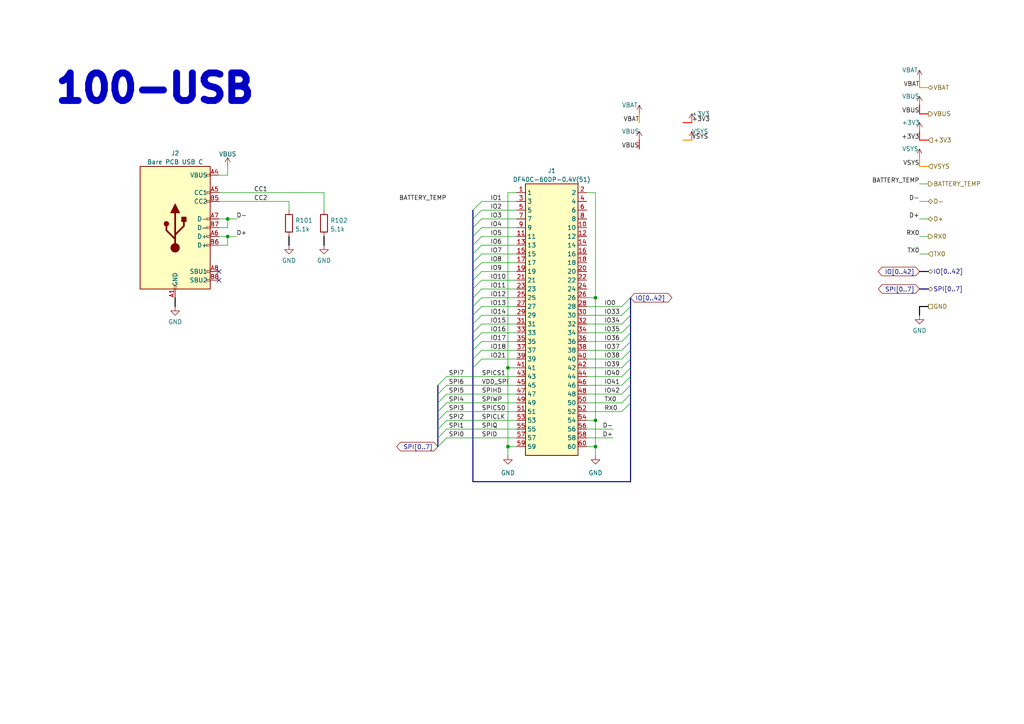
<source format=kicad_sch>
(kicad_sch (version 20230121) (generator eeschema)
  (paper "A4")
  (title_block (title "PSoM - ESP S3") (date "2023-04-17") (rev "HW00") (company "PumaCorp") (comment 1 "Design by: NdG"))
  (lib_symbols
    (symbol "Component lib:R" (pin_numbers hide) (pin_names (offset 0))
      (property "Reference" "R" (at 2.032 -3.81 90))
      (property "Value" "R" (at 0 -3.81 90))
      (symbol "R_0_1"
        (rectangle (start -1.016 -6.35) (end 1.016 -1.27) (stroke (width 0.254)))
      )
      (symbol "R_1_1"
        (pin passive line (at 0 0 270) (length 1.27) (name "~") (number "1"))
        (pin passive line (at 0 -7.62 90) (length 1.27) (name "~") (number "2"))
      )
    )
    (symbol "Component_lib:Bare PCB USB C" (pin_names (offset 0.762))
      (property "Reference" "J" (at 0 2.54 0))
      (property "Value" "Bare PCB USB C" (at 0 2.54 0))
      (symbol "Bare PCB USB C_0_0"
        (rectangle (start 9.906 -35.56) (end 10.414 -34.544))
        (rectangle (start 20.32 -32.766) (end 19.304 -33.274))
        (rectangle (start 20.32 -30.226) (end 19.304 -30.734))
        (rectangle (start 20.32 -22.606) (end 19.304 -23.114))
        (rectangle (start 20.32 -20.066) (end 19.304 -20.574))
        (rectangle (start 20.32 -17.526) (end 19.304 -18.034))
        (rectangle (start 20.32 -14.986) (end 19.304 -15.494))
        (rectangle (start 20.32 -9.906) (end 19.304 -10.414))
        (rectangle (start 20.32 -7.366) (end 19.304 -7.874))
        (rectangle (start 20.32 -2.286) (end 19.304 -2.794))
      )
      (symbol "Bare PCB USB C_0_1"
        (polyline (pts (xy 10.16 -23.622) (xy 10.16 -13.462)) (stroke (width 0.508)))
        (polyline (pts (xy 10.16 -21.082) (xy 7.62 -18.542) (xy 7.62 -17.272)) (stroke (width 0.508)))
        (polyline (pts (xy 10.16 -19.812) (xy 12.7 -17.272) (xy 12.7 -16.002)) (stroke (width 0.508)))
        (polyline (pts (xy 8.89 -13.462) (xy 10.16 -10.922) (xy 11.43 -13.462) (xy 8.89 -13.462)) (stroke (width 0.254)) (fill (type outline)))
        (rectangle (start 0 0) (end 20.32 -35.56) (stroke (width 0.254)) (fill (type background)))
        (circle (center 7.62 -16.637) (radius 0.635) (stroke (width 0.254)) (fill (type outline)))
        (circle (center 10.16 -23.622) (radius 1.27) (fill (type outline)))
        (rectangle (start 12.065 -14.732) (end 13.335 -16.002) (stroke (width 0.254)) (fill (type outline)))
      )
      (symbol "Bare PCB USB C_1_1"
        (pin passive line (at 10.16 -38.1 90) (length 2.54) (name "GND") (number "A1"))
        (pin passive line (at 10.16 -38.1 90) (length 2.54) hide (name "GND") (number "A12"))
        (pin passive line (at 22.86 -2.54 180) (length 2.54) (name "VBUS") (number "A4"))
        (pin bidirectional line (at 22.86 -7.62 180) (length 2.54) (name "CC1") (number "A5"))
        (pin bidirectional line (at 22.86 -20.32 180) (length 2.54) (name "D+") (number "A6"))
        (pin bidirectional line (at 22.86 -15.24 180) (length 2.54) (name "D-") (number "A7"))
        (pin bidirectional line (at 22.86 -30.48 180) (length 2.54) (name "SBU1") (number "A8"))
        (pin passive line (at 22.86 -2.54 180) (length 2.54) hide (name "VBUS") (number "A9"))
        (pin passive line (at 10.16 -38.1 90) (length 2.54) hide (name "GND") (number "B1"))
        (pin passive line (at 10.16 -38.1 90) (length 2.54) hide (name "GND") (number "B12"))
        (pin passive line (at 22.86 -2.54 180) (length 2.54) hide (name "VBUS") (number "B4"))
        (pin bidirectional line (at 22.86 -10.16 180) (length 2.54) (name "CC2") (number "B5"))
        (pin bidirectional line (at 22.86 -22.86 180) (length 2.54) (name "D+") (number "B6"))
        (pin bidirectional line (at 22.86 -17.78 180) (length 2.54) (name "D-") (number "B7"))
        (pin bidirectional line (at 22.86 -33.02 180) (length 2.54) (name "SBU2") (number "B8"))
        (pin passive line (at 22.86 -2.54 180) (length 2.54) hide (name "VBUS") (number "B9"))
      )
    )
    (symbol "Component_lib:DF40C-60DP-0.4V(51)"
      (property "Reference" "J" (at 5.08 7.62 0))
      (property "Value" "DF40C-60DP-0.4V(51)" (at 12.7 5.08 0))
      (symbol "DF40C-60DP-0.4V(51)_1_1"
        (rectangle (start 2.54 2.54) (end 17.78 -76.2) (stroke (width 0.254)) (fill (type background)))
        (pin passive line (at 0 0 0) (length 2.54) (name "1") (number "1"))
        (pin passive line (at 20.32 -10.16 180) (length 2.54) (name "10") (number "10"))
        (pin passive line (at 0 -12.7 0) (length 2.54) (name "11") (number "11"))
        (pin passive line (at 20.32 -12.7 180) (length 2.54) (name "12") (number "12"))
        (pin passive line (at 0 -15.24 0) (length 2.54) (name "13") (number "13"))
        (pin passive line (at 20.32 -15.24 180) (length 2.54) (name "14") (number "14"))
        (pin passive line (at 0 -17.78 0) (length 2.54) (name "15") (number "15"))
        (pin passive line (at 20.32 -17.78 180) (length 2.54) (name "16") (number "16"))
        (pin passive line (at 0 -20.32 0) (length 2.54) (name "17") (number "17"))
        (pin passive line (at 20.32 -20.32 180) (length 2.54) (name "18") (number "18"))
        (pin passive line (at 0 -22.86 0) (length 2.54) (name "19") (number "19"))
        (pin passive line (at 20.32 0 180) (length 2.54) (name "2") (number "2"))
        (pin passive line (at 20.32 -22.86 180) (length 2.54) (name "20") (number "20"))
        (pin passive line (at 0 -25.4 0) (length 2.54) (name "21") (number "21"))
        (pin passive line (at 20.32 -25.4 180) (length 2.54) (name "22") (number "22"))
        (pin passive line (at 0 -27.94 0) (length 2.54) (name "23") (number "23"))
        (pin passive line (at 20.32 -27.94 180) (length 2.54) (name "24") (number "24"))
        (pin passive line (at 0 -30.48 0) (length 2.54) (name "25") (number "25"))
        (pin passive line (at 20.32 -30.48 180) (length 2.54) (name "26") (number "26"))
        (pin passive line (at 0 -33.02 0) (length 2.54) (name "27") (number "27"))
        (pin passive line (at 20.32 -33.02 180) (length 2.54) (name "28") (number "28"))
        (pin passive line (at 0 -35.56 0) (length 2.54) (name "29") (number "29"))
        (pin passive line (at 0 -2.54 0) (length 2.54) (name "3") (number "3"))
        (pin passive line (at 20.32 -35.56 180) (length 2.54) (name "30") (number "30"))
        (pin passive line (at 0 -38.1 0) (length 2.54) (name "31") (number "31"))
        (pin passive line (at 20.32 -38.1 180) (length 2.54) (name "32") (number "32"))
        (pin passive line (at 0 -40.64 0) (length 2.54) (name "33") (number "33"))
        (pin passive line (at 20.32 -40.64 180) (length 2.54) (name "34") (number "34"))
        (pin passive line (at 0 -43.18 0) (length 2.54) (name "35") (number "35"))
        (pin passive line (at 20.32 -43.18 180) (length 2.54) (name "36") (number "36"))
        (pin passive line (at 0 -45.72 0) (length 2.54) (name "37") (number "37"))
        (pin passive line (at 20.32 -45.72 180) (length 2.54) (name "38") (number "38"))
        (pin passive line (at 0 -48.26 0) (length 2.54) (name "39") (number "39"))
        (pin passive line (at 20.32 -2.54 180) (length 2.54) (name "4") (number "4"))
        (pin passive line (at 20.32 -48.26 180) (length 2.54) (name "40") (number "40"))
        (pin passive line (at 0 -50.8 0) (length 2.54) (name "41") (number "41"))
        (pin passive line (at 20.32 -50.8 180) (length 2.54) (name "42") (number "42"))
        (pin passive line (at 0 -53.34 0) (length 2.54) (name "43") (number "43"))
        (pin passive line (at 20.32 -53.34 180) (length 2.54) (name "44") (number "44"))
        (pin passive line (at 0 -55.88 0) (length 2.54) (name "45") (number "45"))
        (pin passive line (at 20.32 -55.88 180) (length 2.54) (name "46") (number "46"))
        (pin passive line (at 0 -58.42 0) (length 2.54) (name "47") (number "47"))
        (pin passive line (at 20.32 -58.42 180) (length 2.54) (name "48") (number "48"))
        (pin passive line (at 0 -60.96 0) (length 2.54) (name "49") (number "49"))
        (pin passive line (at 0 -5.08 0) (length 2.54) (name "5") (number "5"))
        (pin passive line (at 20.32 -60.96 180) (length 2.54) (name "50") (number "50"))
        (pin passive line (at 0 -63.5 0) (length 2.54) (name "51") (number "51"))
        (pin passive line (at 20.32 -63.5 180) (length 2.54) (name "52") (number "52"))
        (pin passive line (at 0 -66.04 0) (length 2.54) (name "53") (number "53"))
        (pin passive line (at 20.32 -66.04 180) (length 2.54) (name "54") (number "54"))
        (pin passive line (at 0 -68.58 0) (length 2.54) (name "55") (number "55"))
        (pin passive line (at 20.32 -68.58 180) (length 2.54) (name "56") (number "56"))
        (pin passive line (at 0 -71.12 0) (length 2.54) (name "57") (number "57"))
        (pin passive line (at 20.32 -71.12 180) (length 2.54) (name "58") (number "58"))
        (pin passive line (at 0 -73.66 0) (length 2.54) (name "59") (number "59"))
        (pin passive line (at 20.32 -5.08 180) (length 2.54) (name "6") (number "6"))
        (pin passive line (at 20.32 -73.66 180) (length 2.54) (name "60") (number "60"))
        (pin passive line (at 0 -7.62 0) (length 2.54) (name "7") (number "7"))
        (pin passive line (at 20.32 -7.62 180) (length 2.54) (name "8") (number "8"))
        (pin passive line (at 0 -10.16 0) (length 2.54) (name "9") (number "9"))
      )
    )
    (symbol "Component_lib:VBAT" (power) (pin_numbers hide) (in_bom no) (on_board no)
      (property "Value" "VBAT" (at 0 3.81 0))
      (symbol "VBAT_0_0"
        (pin passive line (at 0 0 90) (length 2.54) hide (name "") (number ""))
      )
      (symbol "VBAT_0_1"
        (polyline (pts (xy 0 0) (xy 0 2.54) (xy 0.635 1.27) (xy 0 2.54) (xy -0.635 1.27)) (stroke (width 0.1524)))
      )
    )
    (symbol "Component_lib:VSYS" (power) (pin_numbers hide) (in_bom no) (on_board no)
      (property "Value" "VSYS" (at 0 3.81 0))
      (symbol "VSYS_0_0"
        (pin passive line (at 0 0 90) (length 2.54) hide (name "") (number ""))
      )
      (symbol "VSYS_0_1"
        (polyline (pts (xy 0 0) (xy 0 2.54) (xy 0.635 1.27) (xy 0 2.54) (xy -0.635 1.27)) (stroke (width 0.1524)))
      )
    )
    (symbol "GND_2" (power) (pin_names (offset 0))
      (property "Value" "GND_2" (at 0 -3.81 0))
      (symbol "GND_2_0_1"
        (polyline (pts (xy 0 0) (xy 0 -1.27) (xy 1.27 -1.27) (xy 0 -2.54) (xy -1.27 -1.27) (xy 0 -1.27)))
      )
      (symbol "GND_2_1_1"
        (pin power_in line (at 0 0 270) (length 0) hide (name "GND") (number "1"))
      )
    )
    (symbol "power:+3V3" (power) (pin_names (offset 0))
      (property "Value" "+3V3" (at 0 3.556 0))
      (symbol "+3V3_0_1"
        (polyline (pts (xy -0.762 1.27) (xy 0 2.54)))
        (polyline (pts (xy 0 0) (xy 0 2.54)))
        (polyline (pts (xy 0 2.54) (xy 0.762 1.27)))
      )
      (symbol "+3V3_1_1"
        (pin power_in line (at 0 0 90) (length 0) hide (name "+3V3") (number "1"))
      )
    )
    (symbol "power:GND" (power) (pin_names (offset 0))
      (property "Value" "GND" (at 0 -3.81 0))
      (symbol "GND_0_1"
        (polyline (pts (xy 0 0) (xy 0 -1.27) (xy 1.27 -1.27) (xy 0 -2.54) (xy -1.27 -1.27) (xy 0 -1.27)))
      )
      (symbol "GND_1_1"
        (pin power_in line (at 0 0 270) (length 0) hide (name "GND") (number "1"))
      )
    )
    (symbol "power:VBUS" (power) (pin_names (offset 0))
      (property "Value" "VBUS" (at 0 3.81 0))
      (symbol "VBUS_0_1"
        (polyline (pts (xy -0.762 1.27) (xy 0 2.54)))
        (polyline (pts (xy 0 0) (xy 0 2.54)))
        (polyline (pts (xy 0 2.54) (xy 0.762 1.27)))
      )
      (symbol "VBUS_1_1"
        (pin power_in line (at 0 0 90) (length 0) hide (name "VBUS") (number "1"))
      )
    )
  )
  (junction (at 66.04 68.58))
  (junction (at 147.32 129.54))
  (junction (at 147.32 106.68))
  (junction (at 172.72 121.92))
  (junction (at 172.72 129.54))
  (junction (at 66.04 63.5))
  (junction (at 172.72 86.36))
  (no_connect (at 63.5 81.28))
  (no_connect (at 63.5 78.74))
  (bus_entry (at 137.16 71.12) (size 2.54 -2.54))
  (bus_entry (at 139.7 93.98) (size -2.54 2.54))
  (bus_entry (at 137.16 76.2) (size 2.54 -2.54))
  (bus_entry (at 137.16 81.28) (size 2.54 -2.54))
  (bus_entry (at 180.34 114.3) (size 2.54 -2.54))
  (bus_entry (at 180.34 101.6) (size 2.54 -2.54))
  (bus_entry (at 180.34 96.52) (size 2.54 -2.54))
  (bus_entry (at 139.7 88.9) (size -2.54 2.54))
  (bus_entry (at 180.34 111.76) (size 2.54 -2.54))
  (bus_entry (at 180.34 119.38) (size 2.54 -2.54))
  (bus_entry (at 137.16 78.74) (size 2.54 -2.54))
  (bus_entry (at 129.54 116.84) (size -2.54 2.54))
  (bus_entry (at 139.7 99.06) (size -2.54 2.54))
  (bus_entry (at 137.16 73.66) (size 2.54 -2.54))
  (bus_entry (at 139.7 86.36) (size -2.54 2.54))
  (bus_entry (at 129.54 127) (size -2.54 2.54))
  (bus_entry (at 180.34 99.06) (size 2.54 -2.54))
  (bus_entry (at 137.16 66.04) (size 2.54 -2.54))
  (bus_entry (at 129.54 114.3) (size -2.54 2.54))
  (bus_entry (at 180.34 91.44) (size 2.54 -2.54))
  (bus_entry (at 137.16 60.96) (size 2.54 -2.54))
  (bus_entry (at 180.34 104.14) (size 2.54 -2.54))
  (bus_entry (at 139.7 83.82) (size -2.54 2.54))
  (bus_entry (at 139.7 81.28) (size -2.54 2.54))
  (bus_entry (at 180.34 88.9) (size 2.54 -2.54))
  (bus_entry (at 180.34 106.68) (size 2.54 -2.54))
  (bus_entry (at 139.7 96.52) (size -2.54 2.54))
  (bus_entry (at 129.54 121.92) (size -2.54 2.54))
  (bus_entry (at 129.54 109.22) (size -2.54 2.54))
  (bus_entry (at 137.16 106.68) (size 2.54 -2.54))
  (bus_entry (at 180.34 93.98) (size 2.54 -2.54))
  (bus_entry (at 139.7 91.44) (size -2.54 2.54))
  (bus_entry (at 137.16 68.58) (size 2.54 -2.54))
  (bus_entry (at 180.34 109.22) (size 2.54 -2.54))
  (bus_entry (at 129.54 124.46) (size -2.54 2.54))
  (bus_entry (at 139.7 101.6) (size -2.54 2.54))
  (bus_entry (at 137.16 63.5) (size 2.54 -2.54))
  (bus_entry (at 129.54 119.38) (size -2.54 2.54))
  (bus_entry (at 180.34 116.84) (size 2.54 -2.54))
  (bus_entry (at 129.54 111.76) (size -2.54 2.54))
  (wire (pts (xy 129.54 119.38) (xy 149.86 119.38)))
  (bus (pts (xy 182.88 109.22) (xy 182.88 111.76)))
  (bus (pts (xy 127 127) (xy 127 124.46)))
  (bus (pts (xy 137.16 81.28) (xy 137.16 83.82)))
  (wire (pts (xy 66.04 68.58) (xy 68.58 68.58)))
  (wire (pts (xy 266.7 22.86) (xy 266.7 25.4)) (stroke (width 0.3) (color 255 153 0 1)))
  (wire (pts (xy 129.54 109.22) (xy 149.86 109.22)))
  (wire (pts (xy 139.7 58.42) (xy 149.86 58.42)))
  (bus (pts (xy 137.16 104.14) (xy 137.16 106.68)))
  (wire (pts (xy 139.7 101.6) (xy 149.86 101.6)))
  (bus (pts (xy 182.88 106.68) (xy 182.88 109.22)))
  (wire (pts (xy 172.72 55.88) (xy 172.72 86.36)))
  (wire (pts (xy 170.18 101.6) (xy 180.34 101.6)))
  (wire (pts (xy 63.5 58.42) (xy 83.82 58.42)))
  (wire (pts (xy 66.04 63.5) (xy 63.5 63.5)))
  (wire (pts (xy 147.32 106.68) (xy 147.32 129.54)))
  (wire (pts (xy 266.7 48.26) (xy 269.24 48.26)) (stroke (width 0.3) (color 255 148 0 1)))
  (wire (pts (xy 170.18 121.92) (xy 172.72 121.92)))
  (bus (pts (xy 137.16 63.5) (xy 137.16 66.04)))
  (wire (pts (xy 139.7 73.66) (xy 149.86 73.66)))
  (wire (pts (xy 170.18 86.36) (xy 172.72 86.36)))
  (wire (pts (xy 139.7 60.96) (xy 149.86 60.96)))
  (bus (pts (xy 182.88 93.98) (xy 182.88 96.52)))
  (wire (pts (xy 147.32 106.68) (xy 149.86 106.68)))
  (bus (pts (xy 127 114.3) (xy 127 111.76)))
  (bus (pts (xy 127 119.38) (xy 127 116.84)))
  (bus (pts (xy 137.16 101.6) (xy 137.16 104.14)))
  (bus (pts (xy 137.16 139.7) (xy 182.88 139.7)))
  (bus (pts (xy 137.16 71.12) (xy 137.16 73.66)))
  (wire (pts (xy 170.18 114.3) (xy 180.34 114.3)))
  (wire (pts (xy 170.18 91.44) (xy 180.34 91.44)))
  (bus (pts (xy 266.7 83.82) (xy 269.24 83.82)))
  (wire (pts (xy 170.18 109.22) (xy 180.34 109.22)))
  (wire (pts (xy 266.7 73.66) (xy 269.24 73.66)))
  (wire (pts (xy 139.7 63.5) (xy 149.86 63.5)))
  (wire (pts (xy 139.7 71.12) (xy 149.86 71.12)))
  (wire (pts (xy 266.7 68.58) (xy 269.24 68.58)))
  (wire (pts (xy 266.7 30.48) (xy 266.7 33.02)) (stroke (width 0.3) (color 255 0 0 1)))
  (wire (pts (xy 139.7 76.2) (xy 149.86 76.2)))
  (wire (pts (xy 266.7 33.02) (xy 269.24 33.02)) (stroke (width 0.3) (color 255 0 0 1)))
  (wire (pts (xy 139.7 93.98) (xy 149.86 93.98)))
  (wire (pts (xy 266.7 38.1) (xy 266.7 40.64)) (stroke (width 0.3) (color 255 17 1 1)))
  (wire (pts (xy 172.72 86.36) (xy 172.72 121.92)))
  (wire (pts (xy 83.82 68.58) (xy 83.82 71.12)) (stroke (width 0.3) (color 0 0 0 1)))
  (wire (pts (xy 266.7 91.44) (xy 266.7 88.9)) (stroke (width 0.3) (color 0 0 0 1)))
  (wire (pts (xy 198.12 35.56) (xy 200.66 35.56)) (stroke (width 0.3) (color 255 17 1 1)))
  (bus (pts (xy 137.16 76.2) (xy 137.16 78.74)))
  (wire (pts (xy 170.18 127) (xy 177.8 127)))
  (bus (pts (xy 182.88 88.9) (xy 182.88 91.44)))
  (wire (pts (xy 266.7 63.5) (xy 269.24 63.5)))
  (wire (pts (xy 139.7 99.06) (xy 149.86 99.06)))
  (wire (pts (xy 139.7 68.58) (xy 149.86 68.58)))
  (wire (pts (xy 266.7 53.34) (xy 269.24 53.34)))
  (wire (pts (xy 139.7 83.82) (xy 149.86 83.82)))
  (bus (pts (xy 137.16 91.44) (xy 137.16 93.98)))
  (wire (pts (xy 266.7 25.4) (xy 269.24 25.4)) (stroke (width 0.3) (color 255 153 0 1)))
  (bus (pts (xy 182.88 101.6) (xy 182.88 104.14)))
  (wire (pts (xy 170.18 99.06) (xy 180.34 99.06)))
  (wire (pts (xy 93.98 55.88) (xy 93.98 60.96)))
  (bus (pts (xy 182.88 86.36) (xy 182.88 88.9)))
  (wire (pts (xy 170.18 88.9) (xy 180.34 88.9)))
  (wire (pts (xy 147.32 129.54) (xy 147.32 132.08)))
  (bus (pts (xy 127 116.84) (xy 127 114.3)))
  (wire (pts (xy 139.7 66.04) (xy 149.86 66.04)))
  (wire (pts (xy 170.18 116.84) (xy 180.34 116.84)))
  (bus (pts (xy 137.16 68.58) (xy 137.16 71.12)))
  (wire (pts (xy 185.42 40.64) (xy 185.42 43.18)) (stroke (width 0.3) (color 255 0 0 1)))
  (wire (pts (xy 129.54 111.76) (xy 149.86 111.76)))
  (wire (pts (xy 129.54 114.3) (xy 149.86 114.3)))
  (bus (pts (xy 182.88 99.06) (xy 182.88 101.6)))
  (wire (pts (xy 149.86 55.88) (xy 147.32 55.88)))
  (wire (pts (xy 63.5 68.58) (xy 66.04 68.58)))
  (wire (pts (xy 63.5 55.88) (xy 93.98 55.88)))
  (wire (pts (xy 66.04 71.12) (xy 63.5 71.12)))
  (bus (pts (xy 266.7 78.74) (xy 269.24 78.74)))
  (wire (pts (xy 147.32 55.88) (xy 147.32 106.68)))
  (bus (pts (xy 137.16 83.82) (xy 137.16 86.36)))
  (wire (pts (xy 139.7 96.52) (xy 149.86 96.52)))
  (wire (pts (xy 172.72 121.92) (xy 172.72 129.54)))
  (wire (pts (xy 266.7 45.72) (xy 266.7 48.26)) (stroke (width 0.3) (color 255 148 0 1)))
  (wire (pts (xy 170.18 104.14) (xy 180.34 104.14)))
  (wire (pts (xy 170.18 124.46) (xy 177.8 124.46)))
  (wire (pts (xy 266.7 88.9) (xy 269.24 88.9)) (stroke (width 0.3) (color 0 0 0 1)))
  (bus (pts (xy 182.88 91.44) (xy 182.88 93.98)))
  (wire (pts (xy 198.12 40.64) (xy 200.66 40.64)) (stroke (width 0.3) (color 255 148 0 1)))
  (wire (pts (xy 147.32 129.54) (xy 149.86 129.54)))
  (bus (pts (xy 137.16 66.04) (xy 137.16 68.58)))
  (wire (pts (xy 170.18 96.52) (xy 180.34 96.52)))
  (wire (pts (xy 139.7 91.44) (xy 149.86 91.44)))
  (wire (pts (xy 139.7 78.74) (xy 149.86 78.74)))
  (bus (pts (xy 182.88 111.76) (xy 182.88 114.3)))
  (wire (pts (xy 139.7 86.36) (xy 149.86 86.36)))
  (wire (pts (xy 63.5 66.04) (xy 66.04 66.04)))
  (wire (pts (xy 129.54 116.84) (xy 149.86 116.84)))
  (wire (pts (xy 170.18 129.54) (xy 172.72 129.54)))
  (wire (pts (xy 170.18 119.38) (xy 180.34 119.38)))
  (wire (pts (xy 170.18 106.68) (xy 180.34 106.68)))
  (wire (pts (xy 129.54 124.46) (xy 149.86 124.46)))
  (bus (pts (xy 137.16 106.68) (xy 137.16 139.7)))
  (wire (pts (xy 170.18 55.88) (xy 172.72 55.88)))
  (wire (pts (xy 66.04 68.58) (xy 66.04 71.12)))
  (wire (pts (xy 170.18 111.76) (xy 180.34 111.76)))
  (wire (pts (xy 139.7 88.9) (xy 149.86 88.9)))
  (bus (pts (xy 137.16 78.74) (xy 137.16 81.28)))
  (bus (pts (xy 182.88 116.84) (xy 182.88 139.7)))
  (bus (pts (xy 182.88 114.3) (xy 182.88 116.84)))
  (wire (pts (xy 93.98 68.58) (xy 93.98 71.12)) (stroke (width 0.3) (color 0 0 0 1)))
  (wire (pts (xy 139.7 81.28) (xy 149.86 81.28)))
  (bus (pts (xy 137.16 86.36) (xy 137.16 88.9)))
  (wire (pts (xy 66.04 66.04) (xy 66.04 63.5)))
  (bus (pts (xy 137.16 96.52) (xy 137.16 99.06)))
  (wire (pts (xy 66.04 50.8) (xy 63.5 50.8)))
  (wire (pts (xy 83.82 60.96) (xy 83.82 58.42)))
  (bus (pts (xy 137.16 88.9) (xy 137.16 91.44)))
  (bus (pts (xy 127 124.46) (xy 127 121.92)))
  (wire (pts (xy 50.8 86.36) (xy 50.8 88.9)) (stroke (width 0.3) (color 0 0 0 1)))
  (wire (pts (xy 66.04 63.5) (xy 68.58 63.5)))
  (wire (pts (xy 139.7 104.14) (xy 149.86 104.14)))
  (bus (pts (xy 137.16 60.96) (xy 137.16 63.5)))
  (bus (pts (xy 137.16 93.98) (xy 137.16 96.52)))
  (bus (pts (xy 127 129.54) (xy 127 127)))
  (bus (pts (xy 127 121.92) (xy 127 119.38)))
  (wire (pts (xy 266.7 58.42) (xy 269.24 58.42)))
  (bus (pts (xy 137.16 99.06) (xy 137.16 101.6)))
  (bus (pts (xy 137.16 73.66) (xy 137.16 76.2)))
  (bus (pts (xy 182.88 96.52) (xy 182.88 99.06)))
  (wire (pts (xy 172.72 129.54) (xy 172.72 132.08)))
  (wire (pts (xy 185.42 33.02) (xy 185.42 35.56)) (stroke (width 0.3) (color 255 153 0 1)))
  (bus (pts (xy 182.88 104.14) (xy 182.88 106.68)))
  (wire (pts (xy 66.04 48.26) (xy 66.04 50.8)))
  (wire (pts (xy 170.18 93.98) (xy 180.34 93.98)))
  (wire (pts (xy 129.54 121.92) (xy 149.86 121.92)))
  (wire (pts (xy 129.54 127) (xy 149.86 127)))
  (wire (pts (xy 266.7 40.64) (xy 269.24 40.64)) (stroke (width 0.3) (color 255 17 1 1)))
  (text "100-USB" (at 15.24 30.48 0) (effects (font (size 8 8) (thickness 3) bold) (justify left bottom)))
  (label "IO18" (at 142.24 101.6 0))
  (label "BATTERY_TEMP" (at 129.54 58.42 180))
  (label "VSYS" (at 200.66 40.64 0))
  (label "IO42" (at 175.26 114.3 0))
  (label "TX0" (at 266.7 73.66 180))
  (label "IO11" (at 142.24 83.82 0))
  (label "VBAT" (at 266.7 25.4 180))
  (label "SPI7" (at 134.62 109.22 180))
  (label "IO10" (at 142.24 81.28 0))
  (label "IO4" (at 142.24 66.04 0))
  (label "IO38" (at 175.26 104.14 0))
  (label "D-" (at 68.58 63.5 0))
  (label "VBUS" (at 266.7 33.02 180))
  (label "VBAT" (at 185.42 35.56 180))
  (label "SPIWP" (at 139.7 116.84 0))
  (label "D-" (at 177.8 124.46 180))
  (label "SPI4" (at 134.62 116.84 180))
  (label "D+" (at 68.58 68.58 0))
  (label "IO9" (at 142.24 78.74 0))
  (label "IO13" (at 142.24 88.9 0))
  (label "D+" (at 177.8 127 180))
  (label "IO3" (at 142.24 63.5 0))
  (label "IO35" (at 175.26 96.52 0))
  (label "IO21" (at 142.24 104.14 0))
  (label "CC2" (at 73.66 58.42 0))
  (label "SPICLK" (at 139.7 121.92 0))
  (label "IO7" (at 142.24 73.66 0))
  (label "IO16" (at 142.24 96.52 0))
  (label "IO36" (at 175.26 99.06 0))
  (label "D+" (at 266.7 63.5 180))
  (label "VSYS" (at 266.7 48.26 180))
  (label "BATTERY_TEMP" (at 266.7 53.34 180))
  (label "IO37" (at 175.26 101.6 0))
  (label "IO14" (at 142.24 91.44 0))
  (label "SPICS1" (at 139.7 109.22 0))
  (label "IO8" (at 142.24 76.2 0))
  (label "SPI5" (at 134.62 114.3 180))
  (label "IO33" (at 175.26 91.44 0))
  (label "IO40" (at 175.26 109.22 0))
  (label "IO0" (at 175.26 88.9 0))
  (label "SPIQ" (at 139.7 124.46 0))
  (label "IO34" (at 175.26 93.98 0))
  (label "IO12" (at 142.24 86.36 0))
  (label "SPI2" (at 134.62 121.92 180))
  (label "IO41" (at 175.26 111.76 0))
  (label "IO39" (at 175.26 106.68 0))
  (label "D-" (at 266.7 58.42 180))
  (label "+3V3" (at 266.7 40.64 180))
  (label "VDD_SPI" (at 139.7 111.76 0))
  (label "SPI3" (at 134.62 119.38 180))
  (label "CC1" (at 73.66 55.88 0))
  (label "IO5" (at 142.24 68.58 0))
  (label "SPID" (at 139.7 127 0))
  (label "SPI6" (at 134.62 111.76 180))
  (label "RX0" (at 266.7 68.58 180))
  (label "VBUS" (at 185.42 43.18 180))
  (label "IO6" (at 142.24 71.12 0))
  (label "SPI1" (at 134.62 124.46 180))
  (label "SPI0" (at 134.62 127 180))
  (label "+3V3" (at 200.66 35.56 0))
  (label "SPIHD" (at 139.7 114.3 0))
  (label "IO17" (at 142.24 99.06 0))
  (label "IO1" (at 142.24 58.42 0))
  (label "IO2" (at 142.24 60.96 0))
  (label "RX0" (at 175.26 119.38 0))
  (label "TX0" (at 175.26 116.84 0))
  (label "SPICS0" (at 139.7 119.38 0))
  (label "IO15" (at 142.24 93.98 0))
  (global_label "IO[0..42]" (shape bidirectional) (at 182.88 86.36 0) (property "Intersheetrefs" "${INTERSHEET_REFS}" (effects hide)))
  (global_label "SPI[0..7]" (shape bidirectional) (at 127 129.54 180) (property "Intersheetrefs" "${INTERSHEET_REFS}" (effects hide)))
  (global_label "IO[0..42]" (shape bidirectional) (at 266.7 78.74 180) (property "Intersheetrefs" "${INTERSHEET_REFS}" (effects hide)))
  (global_label "SPI[0..7]" (shape bidirectional) (at 266.7 83.82 180) (property "Intersheetrefs" "${INTERSHEET_REFS}" (effects hide)))
  (hierarchical_label "VBAT" (shape bidirectional) (at 269.24 25.4 0))
  (hierarchical_label "+3V3" (shape input) (at 269.24 40.64 0))
  (hierarchical_label "VSYS" (shape input) (at 269.24 48.26 0))
  (hierarchical_label "D+" (shape bidirectional) (at 269.24 63.5 0))
  (hierarchical_label "RX0" (shape output) (at 269.24 68.58 0))
  (hierarchical_label "BATTERY_TEMP" (shape output) (at 269.24 53.34 0))
  (hierarchical_label "GND" (shape passive) (at 269.24 88.9 0))
  (hierarchical_label "SPI[0..7]" (shape bidirectional) (at 269.24 83.82 0))
  (hierarchical_label "IO[0..42]" (shape bidirectional) (at 269.24 78.74 0))
  (hierarchical_label "TX0" (shape input) (at 269.24 73.66 0))
  (hierarchical_label "VBUS" (shape output) (at 269.24 33.02 0))
  (hierarchical_label "D-" (shape bidirectional) (at 269.24 58.42 0))
  (symbol (lib_id "Component_lib:VBAT") (at 185.42 33.02 0) (unit 1) (in_bom no) (on_board no)
    (property "Reference" "#VBAT01" (effects hide))
    (property "Value" "VBAT" (at 180.34 30.48 0) (effects (justify left)))
    (instances (project "ESP_S2_SoM_HW00" (path "" (reference "#VBAT01") (unit 1))) (project "PMK_Keyboard" (path "" (reference "#VBAT0102") (unit 1))))
  )
  (symbol (lib_id "Component_lib:VSYS") (at 266.7 45.72 0) (unit 1) (in_bom no) (on_board no)
    (property "Reference" "#VSYS0101" (effects hide))
    (property "Value" "VSYS" (at 261.62 43.18 0) (effects (justify left)))
  )
  (symbol (lib_id "power:VBUS") (at 185.42 40.64 0) (unit 1)
    (property "Reference" "#PWR04" (effects hide))
    (property "Value" "VBUS" (at 182.88 38.1 0))
    (instances (project "ESP_S2_SoM_HW00" (path "" (reference "#PWR04") (unit 1))) (project "PMK_Keyboard" (path "" (reference "#PWR0101") (unit 1))))
  )
  (symbol (lib_name "GND_2") (lib_id "power:GND") (at 172.72 132.08 0) (unit 1)
    (property "Reference" "#PWR02" (effects hide))
    (property "Value" "GND" (at 172.72 137.16 0))
  )
  (symbol (lib_id "Component lib:R") (at 83.82 60.96 0) (unit 1)
    (property "Reference" "R101" (at 85.598 63.9353 0) (effects (justify left)))
    (property "Value" "5.1k" (at 85.598 66.4722 0) (effects (justify left)))
    (property "Footprint" "Resistor_SMD:R_0201_0603Metric" (effects hide))
  )
  (symbol (lib_name "GND_2") (lib_id "power:GND") (at 147.32 132.08 0) (unit 1)
    (property "Reference" "#PWR01" (effects hide))
    (property "Value" "GND" (at 147.32 137.16 0))
  )
  (symbol (lib_id "Component_lib:VSYS") (at 200.66 40.64 0) (unit 1) (in_bom no) (on_board no)
    (property "Reference" "#VSYS01" (effects hide))
    (property "Value" "VSYS" (at 200.66 38.1 0) (effects (justify left)))
  )
  (symbol (lib_id "power:GND") (at 83.82 71.12 0) (unit 1)
    (property "Reference" "#PWR0104" (effects hide))
    (property "Value" "GND" (at 83.82 75.5634 0))
  )
  (symbol (lib_id "power:+3V3") (at 266.7 38.1 0) (unit 1)
    (property "Reference" "#PWR05" (effects hide))
    (property "Value" "+3V3" (at 264.16 35.56 0))
  )
  (symbol (lib_id "Component_lib:VBAT") (at 266.7 22.86 0) (unit 1) (in_bom no) (on_board no)
    (property "Reference" "#VBAT0102" (effects hide))
    (property "Value" "VBAT" (at 261.62 20.32 0) (effects (justify left)))
  )
  (symbol (lib_id "Component_lib:DF40C-60DP-0.4V(51)") (at 149.86 55.88 0) (unit 1)
    (property "Reference" "J1" (at 160.02 49.53 0))
    (property "Value" "DF40C-60DP-0.4V(51)" (at 160.02 52.07 0))
    (property "Footprint" "Component_lib:DF40C-60DP-0.4V(51)" (effects hide))
  )
  (symbol (lib_id "power:VBUS") (at 266.7 30.48 0) (unit 1)
    (property "Reference" "#PWR0101" (effects hide))
    (property "Value" "VBUS" (at 264.16 27.94 0))
  )
  (symbol (lib_id "power:GND") (at 50.8 88.9 0) (unit 1)
    (property "Reference" "#PWR0107" (effects hide))
    (property "Value" "GND" (at 50.8 93.3434 0))
  )
  (symbol (lib_id "power:GND") (at 266.7 91.44 0) (unit 1)
    (property "Reference" "#PWR0118" (effects hide))
    (property "Value" "GND" (at 266.7 95.8834 0))
  )
  (symbol (lib_id "power:GND") (at 93.98 71.12 0) (unit 1)
    (property "Reference" "#PWR0105" (effects hide))
    (property "Value" "GND" (at 93.98 75.5634 0))
  )
  (symbol (lib_id "Component lib:R") (at 93.98 60.96 0) (unit 1)
    (property "Reference" "R102" (at 95.758 63.9353 0) (effects (justify left)))
    (property "Value" "5.1k" (at 95.758 66.4722 0) (effects (justify left)))
    (property "Footprint" "Resistor_SMD:R_0201_0603Metric" (effects hide))
  )
  (symbol (lib_id "power:+3V3") (at 200.66 35.56 0) (unit 1)
    (property "Reference" "#PWR03" (effects hide))
    (property "Value" "+3V3" (at 203.2 33.02 0))
  )
  (symbol (lib_id "Component_lib:Bare PCB USB C") (at 40.64 48.26 0) (unit 1)
    (property "Reference" "J2" (at 50.8 44.45 0))
    (property "Value" "Bare PCB USB C" (at 50.8 46.99 0))
    (property "Footprint" "Component_lib:usb-c-pcb" (effects hide))
    (property "Datasheet" "https://gct.co/files/drawings/usb4510.pdf" (effects hide))
    (property "Description" "USB Connectors USB C Rec 16P 3u\" Mid Mnt 1.6mm O-set SMT L = 6.5mm S-Spring" (effects hide))
    (property "Height" "3.36" (effects hide))
    (property "Mouser Part Number" "640-USB4510031A" (effects hide))
    (property "Mouser Price/Stock" "https://www.mouser.co.uk/ProductDetail/GCT/USB4510-03-1-A?qs=7D1LtPJG0i3iod3O3OZ7LA%3D%3D" (effects hide))
    (property "Manufacturer_Name" "GCT (GLOBAL CONNECTOR TECHNOLOGY)" (effects hide))
    (property "Manufacturer_Part_Number" "USB4510-03-1-A" (effects hide))
  )
  (symbol (lib_id "power:VBUS") (at 66.04 48.26 0) (unit 1)
    (property "Reference" "#PWR0103" (effects hide))
    (property "Value" "VBUS" (at 66.04 44.6842 0))
  )
)
</source>
